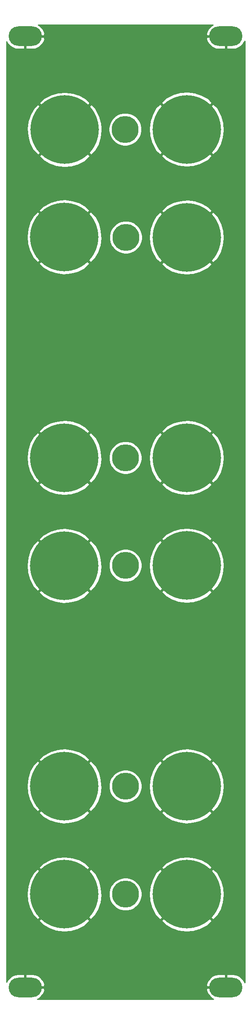
<source format=gbr>
%TF.GenerationSoftware,KiCad,Pcbnew,(5.1.9)-1*%
%TF.CreationDate,2021-09-13T20:57:42+01:00*%
%TF.ProjectId,KOSMO Mult faceplate,4b4f534d-4f20-44d7-956c-742066616365,rev?*%
%TF.SameCoordinates,Original*%
%TF.FileFunction,Copper,L1,Top*%
%TF.FilePolarity,Positive*%
%FSLAX46Y46*%
G04 Gerber Fmt 4.6, Leading zero omitted, Abs format (unit mm)*
G04 Created by KiCad (PCBNEW (5.1.9)-1) date 2021-09-13 20:57:42*
%MOMM*%
%LPD*%
G01*
G04 APERTURE LIST*
%TA.AperFunction,ComponentPad*%
%ADD10C,5.500000*%
%TD*%
%TA.AperFunction,ComponentPad*%
%ADD11O,6.800000X4.000000*%
%TD*%
%TA.AperFunction,ComponentPad*%
%ADD12C,14.000000*%
%TD*%
%TA.AperFunction,Conductor*%
%ADD13C,0.254000*%
%TD*%
%TA.AperFunction,Conductor*%
%ADD14C,0.100000*%
%TD*%
G04 APERTURE END LIST*
D10*
%TO.P,H26,1*%
%TO.N,N/C*%
X40195500Y-170815000D03*
%TD*%
D11*
%TO.P,H5,1*%
%TO.N,GND*%
X19688000Y-211836000D03*
%TD*%
%TO.P,H10,1*%
%TO.N,GND*%
X60709000Y-17843500D03*
%TD*%
%TO.P,H19,1*%
%TO.N,GND*%
X19688000Y-17843500D03*
%TD*%
D10*
%TO.P,H20,1*%
%TO.N,N/C*%
X40259000Y-58864500D03*
%TD*%
%TO.P,H21,1*%
%TO.N,N/C*%
X40195500Y-103822500D03*
%TD*%
%TO.P,H22,1*%
%TO.N,N/C*%
X40195500Y-125793500D03*
%TD*%
%TO.P,H25,1*%
%TO.N,N/C*%
X40132000Y-36830000D03*
%TD*%
D11*
%TO.P,H28,1*%
%TO.N,GND*%
X60706000Y-211836000D03*
%TD*%
D12*
%TO.P,H2,1*%
%TO.N,GND*%
X27749500Y-36893500D03*
%TD*%
%TO.P,H3,1*%
%TO.N,GND*%
X27686000Y-125857000D03*
%TD*%
%TO.P,H4,1*%
%TO.N,GND*%
X52705000Y-36830000D03*
%TD*%
%TO.P,H7,1*%
%TO.N,GND*%
X52705000Y-125793500D03*
%TD*%
%TO.P,H8,1*%
%TO.N,GND*%
X52705000Y-192849500D03*
%TD*%
%TO.P,H9,1*%
%TO.N,GND*%
X27686000Y-58801000D03*
%TD*%
%TO.P,H12,1*%
%TO.N,GND*%
X27686000Y-170815000D03*
%TD*%
%TO.P,H13,1*%
%TO.N,GND*%
X27686000Y-192849500D03*
%TD*%
%TO.P,H14,1*%
%TO.N,GND*%
X52705000Y-58864500D03*
%TD*%
%TO.P,H16,1*%
%TO.N,GND*%
X52705000Y-170815000D03*
%TD*%
%TO.P,H17,1*%
%TO.N,GND*%
X52705000Y-103822500D03*
%TD*%
%TO.P,H18,1*%
%TO.N,GND*%
X27686000Y-103822500D03*
%TD*%
D10*
%TO.P,H23,1*%
%TO.N,N/C*%
X40195500Y-192849500D03*
%TD*%
D13*
%TO.N,GND*%
X57739475Y-15723135D02*
X57355970Y-16070076D01*
X57047519Y-16485169D01*
X56825975Y-16952462D01*
X56729333Y-17306338D01*
X56836009Y-17716500D01*
X60582000Y-17716500D01*
X60582000Y-17696500D01*
X60836000Y-17696500D01*
X60836000Y-17716500D01*
X60856000Y-17716500D01*
X60856000Y-17970500D01*
X60836000Y-17970500D01*
X60836000Y-20478500D01*
X62236000Y-20478500D01*
X62747623Y-20403093D01*
X63234704Y-20229322D01*
X63678525Y-19963865D01*
X64062030Y-19616924D01*
X64370481Y-19201831D01*
X64554500Y-18813688D01*
X64554501Y-210872142D01*
X64367481Y-210477669D01*
X64059030Y-210062576D01*
X63675525Y-209715635D01*
X63231704Y-209450178D01*
X62744623Y-209276407D01*
X62233000Y-209201000D01*
X60833000Y-209201000D01*
X60833000Y-211709000D01*
X60853000Y-211709000D01*
X60853000Y-211963000D01*
X60833000Y-211963000D01*
X60833000Y-211983000D01*
X60579000Y-211983000D01*
X60579000Y-211963000D01*
X56833009Y-211963000D01*
X56726333Y-212373162D01*
X56822975Y-212727038D01*
X57044519Y-213194331D01*
X57352970Y-213609424D01*
X57736475Y-213956365D01*
X58180296Y-214221822D01*
X58186401Y-214224000D01*
X22207599Y-214224000D01*
X22213704Y-214221822D01*
X22657525Y-213956365D01*
X23041030Y-213609424D01*
X23349481Y-213194331D01*
X23571025Y-212727038D01*
X23667667Y-212373162D01*
X23560991Y-211963000D01*
X19815000Y-211963000D01*
X19815000Y-211983000D01*
X19561000Y-211983000D01*
X19561000Y-211963000D01*
X19541000Y-211963000D01*
X19541000Y-211709000D01*
X19561000Y-211709000D01*
X19561000Y-209201000D01*
X19815000Y-209201000D01*
X19815000Y-211709000D01*
X23560991Y-211709000D01*
X23667667Y-211298838D01*
X56726333Y-211298838D01*
X56833009Y-211709000D01*
X60579000Y-211709000D01*
X60579000Y-209201000D01*
X59179000Y-209201000D01*
X58667377Y-209276407D01*
X58180296Y-209450178D01*
X57736475Y-209715635D01*
X57352970Y-210062576D01*
X57044519Y-210477669D01*
X56822975Y-210944962D01*
X56726333Y-211298838D01*
X23667667Y-211298838D01*
X23571025Y-210944962D01*
X23349481Y-210477669D01*
X23041030Y-210062576D01*
X22657525Y-209715635D01*
X22213704Y-209450178D01*
X21726623Y-209276407D01*
X21215000Y-209201000D01*
X19815000Y-209201000D01*
X19561000Y-209201000D01*
X18161000Y-209201000D01*
X17649377Y-209276407D01*
X17162296Y-209450178D01*
X16718475Y-209715635D01*
X16334970Y-210062576D01*
X16026519Y-210477669D01*
X15900000Y-210744530D01*
X15900000Y-198251174D01*
X22463932Y-198251174D01*
X23279908Y-199130030D01*
X24589840Y-199868937D01*
X26018756Y-200338091D01*
X27511743Y-200519463D01*
X29011428Y-200406083D01*
X30460176Y-200002307D01*
X31802314Y-199323653D01*
X32092092Y-199130030D01*
X32908068Y-198251174D01*
X47482932Y-198251174D01*
X48298908Y-199130030D01*
X49608840Y-199868937D01*
X51037756Y-200338091D01*
X52530743Y-200519463D01*
X54030428Y-200406083D01*
X55479176Y-200002307D01*
X56821314Y-199323653D01*
X57111092Y-199130030D01*
X57927068Y-198251174D01*
X52705000Y-193029105D01*
X47482932Y-198251174D01*
X32908068Y-198251174D01*
X27686000Y-193029105D01*
X22463932Y-198251174D01*
X15900000Y-198251174D01*
X15900000Y-192675243D01*
X20016037Y-192675243D01*
X20129417Y-194174928D01*
X20533193Y-195623676D01*
X21211847Y-196965814D01*
X21405470Y-197255592D01*
X22284326Y-198071568D01*
X27506395Y-192849500D01*
X27865605Y-192849500D01*
X33087674Y-198071568D01*
X33966530Y-197255592D01*
X34705437Y-195945660D01*
X35174591Y-194516744D01*
X35355963Y-193023757D01*
X35317584Y-192516107D01*
X36810500Y-192516107D01*
X36810500Y-193182893D01*
X36940583Y-193836868D01*
X37195752Y-194452899D01*
X37566198Y-195007312D01*
X38037688Y-195478802D01*
X38592101Y-195849248D01*
X39208132Y-196104417D01*
X39862107Y-196234500D01*
X40528893Y-196234500D01*
X41182868Y-196104417D01*
X41798899Y-195849248D01*
X42353312Y-195478802D01*
X42824802Y-195007312D01*
X43195248Y-194452899D01*
X43450417Y-193836868D01*
X43580500Y-193182893D01*
X43580500Y-192675243D01*
X45035037Y-192675243D01*
X45148417Y-194174928D01*
X45552193Y-195623676D01*
X46230847Y-196965814D01*
X46424470Y-197255592D01*
X47303326Y-198071568D01*
X52525395Y-192849500D01*
X52884605Y-192849500D01*
X58106674Y-198071568D01*
X58985530Y-197255592D01*
X59724437Y-195945660D01*
X60193591Y-194516744D01*
X60374963Y-193023757D01*
X60261583Y-191524072D01*
X59857807Y-190075324D01*
X59179153Y-188733186D01*
X58985530Y-188443408D01*
X58106674Y-187627432D01*
X52884605Y-192849500D01*
X52525395Y-192849500D01*
X47303326Y-187627432D01*
X46424470Y-188443408D01*
X45685563Y-189753340D01*
X45216409Y-191182256D01*
X45035037Y-192675243D01*
X43580500Y-192675243D01*
X43580500Y-192516107D01*
X43450417Y-191862132D01*
X43195248Y-191246101D01*
X42824802Y-190691688D01*
X42353312Y-190220198D01*
X41798899Y-189849752D01*
X41182868Y-189594583D01*
X40528893Y-189464500D01*
X39862107Y-189464500D01*
X39208132Y-189594583D01*
X38592101Y-189849752D01*
X38037688Y-190220198D01*
X37566198Y-190691688D01*
X37195752Y-191246101D01*
X36940583Y-191862132D01*
X36810500Y-192516107D01*
X35317584Y-192516107D01*
X35242583Y-191524072D01*
X34838807Y-190075324D01*
X34160153Y-188733186D01*
X33966530Y-188443408D01*
X33087674Y-187627432D01*
X27865605Y-192849500D01*
X27506395Y-192849500D01*
X22284326Y-187627432D01*
X21405470Y-188443408D01*
X20666563Y-189753340D01*
X20197409Y-191182256D01*
X20016037Y-192675243D01*
X15900000Y-192675243D01*
X15900000Y-187447826D01*
X22463932Y-187447826D01*
X27686000Y-192669895D01*
X32908068Y-187447826D01*
X47482932Y-187447826D01*
X52705000Y-192669895D01*
X57927068Y-187447826D01*
X57111092Y-186568970D01*
X55801160Y-185830063D01*
X54372244Y-185360909D01*
X52879257Y-185179537D01*
X51379572Y-185292917D01*
X49930824Y-185696693D01*
X48588686Y-186375347D01*
X48298908Y-186568970D01*
X47482932Y-187447826D01*
X32908068Y-187447826D01*
X32092092Y-186568970D01*
X30782160Y-185830063D01*
X29353244Y-185360909D01*
X27860257Y-185179537D01*
X26360572Y-185292917D01*
X24911824Y-185696693D01*
X23569686Y-186375347D01*
X23279908Y-186568970D01*
X22463932Y-187447826D01*
X15900000Y-187447826D01*
X15900000Y-176216674D01*
X22463932Y-176216674D01*
X23279908Y-177095530D01*
X24589840Y-177834437D01*
X26018756Y-178303591D01*
X27511743Y-178484963D01*
X29011428Y-178371583D01*
X30460176Y-177967807D01*
X31802314Y-177289153D01*
X32092092Y-177095530D01*
X32908068Y-176216674D01*
X47482932Y-176216674D01*
X48298908Y-177095530D01*
X49608840Y-177834437D01*
X51037756Y-178303591D01*
X52530743Y-178484963D01*
X54030428Y-178371583D01*
X55479176Y-177967807D01*
X56821314Y-177289153D01*
X57111092Y-177095530D01*
X57927068Y-176216674D01*
X52705000Y-170994605D01*
X47482932Y-176216674D01*
X32908068Y-176216674D01*
X27686000Y-170994605D01*
X22463932Y-176216674D01*
X15900000Y-176216674D01*
X15900000Y-170640743D01*
X20016037Y-170640743D01*
X20129417Y-172140428D01*
X20533193Y-173589176D01*
X21211847Y-174931314D01*
X21405470Y-175221092D01*
X22284326Y-176037068D01*
X27506395Y-170815000D01*
X27865605Y-170815000D01*
X33087674Y-176037068D01*
X33966530Y-175221092D01*
X34705437Y-173911160D01*
X35174591Y-172482244D01*
X35355963Y-170989257D01*
X35317584Y-170481607D01*
X36810500Y-170481607D01*
X36810500Y-171148393D01*
X36940583Y-171802368D01*
X37195752Y-172418399D01*
X37566198Y-172972812D01*
X38037688Y-173444302D01*
X38592101Y-173814748D01*
X39208132Y-174069917D01*
X39862107Y-174200000D01*
X40528893Y-174200000D01*
X41182868Y-174069917D01*
X41798899Y-173814748D01*
X42353312Y-173444302D01*
X42824802Y-172972812D01*
X43195248Y-172418399D01*
X43450417Y-171802368D01*
X43580500Y-171148393D01*
X43580500Y-170640743D01*
X45035037Y-170640743D01*
X45148417Y-172140428D01*
X45552193Y-173589176D01*
X46230847Y-174931314D01*
X46424470Y-175221092D01*
X47303326Y-176037068D01*
X52525395Y-170815000D01*
X52884605Y-170815000D01*
X58106674Y-176037068D01*
X58985530Y-175221092D01*
X59724437Y-173911160D01*
X60193591Y-172482244D01*
X60374963Y-170989257D01*
X60261583Y-169489572D01*
X59857807Y-168040824D01*
X59179153Y-166698686D01*
X58985530Y-166408908D01*
X58106674Y-165592932D01*
X52884605Y-170815000D01*
X52525395Y-170815000D01*
X47303326Y-165592932D01*
X46424470Y-166408908D01*
X45685563Y-167718840D01*
X45216409Y-169147756D01*
X45035037Y-170640743D01*
X43580500Y-170640743D01*
X43580500Y-170481607D01*
X43450417Y-169827632D01*
X43195248Y-169211601D01*
X42824802Y-168657188D01*
X42353312Y-168185698D01*
X41798899Y-167815252D01*
X41182868Y-167560083D01*
X40528893Y-167430000D01*
X39862107Y-167430000D01*
X39208132Y-167560083D01*
X38592101Y-167815252D01*
X38037688Y-168185698D01*
X37566198Y-168657188D01*
X37195752Y-169211601D01*
X36940583Y-169827632D01*
X36810500Y-170481607D01*
X35317584Y-170481607D01*
X35242583Y-169489572D01*
X34838807Y-168040824D01*
X34160153Y-166698686D01*
X33966530Y-166408908D01*
X33087674Y-165592932D01*
X27865605Y-170815000D01*
X27506395Y-170815000D01*
X22284326Y-165592932D01*
X21405470Y-166408908D01*
X20666563Y-167718840D01*
X20197409Y-169147756D01*
X20016037Y-170640743D01*
X15900000Y-170640743D01*
X15900000Y-165413326D01*
X22463932Y-165413326D01*
X27686000Y-170635395D01*
X32908068Y-165413326D01*
X47482932Y-165413326D01*
X52705000Y-170635395D01*
X57927068Y-165413326D01*
X57111092Y-164534470D01*
X55801160Y-163795563D01*
X54372244Y-163326409D01*
X52879257Y-163145037D01*
X51379572Y-163258417D01*
X49930824Y-163662193D01*
X48588686Y-164340847D01*
X48298908Y-164534470D01*
X47482932Y-165413326D01*
X32908068Y-165413326D01*
X32092092Y-164534470D01*
X30782160Y-163795563D01*
X29353244Y-163326409D01*
X27860257Y-163145037D01*
X26360572Y-163258417D01*
X24911824Y-163662193D01*
X23569686Y-164340847D01*
X23279908Y-164534470D01*
X22463932Y-165413326D01*
X15900000Y-165413326D01*
X15900000Y-131258674D01*
X22463932Y-131258674D01*
X23279908Y-132137530D01*
X24589840Y-132876437D01*
X26018756Y-133345591D01*
X27511743Y-133526963D01*
X29011428Y-133413583D01*
X30460176Y-133009807D01*
X31802314Y-132331153D01*
X32092092Y-132137530D01*
X32908068Y-131258674D01*
X32844569Y-131195174D01*
X47482932Y-131195174D01*
X48298908Y-132074030D01*
X49608840Y-132812937D01*
X51037756Y-133282091D01*
X52530743Y-133463463D01*
X54030428Y-133350083D01*
X55479176Y-132946307D01*
X56821314Y-132267653D01*
X57111092Y-132074030D01*
X57927068Y-131195174D01*
X52705000Y-125973105D01*
X47482932Y-131195174D01*
X32844569Y-131195174D01*
X27686000Y-126036605D01*
X22463932Y-131258674D01*
X15900000Y-131258674D01*
X15900000Y-125682743D01*
X20016037Y-125682743D01*
X20129417Y-127182428D01*
X20533193Y-128631176D01*
X21211847Y-129973314D01*
X21405470Y-130263092D01*
X22284326Y-131079068D01*
X27506395Y-125857000D01*
X27865605Y-125857000D01*
X33087674Y-131079068D01*
X33966530Y-130263092D01*
X34705437Y-128953160D01*
X35174591Y-127524244D01*
X35355963Y-126031257D01*
X35312783Y-125460107D01*
X36810500Y-125460107D01*
X36810500Y-126126893D01*
X36940583Y-126780868D01*
X37195752Y-127396899D01*
X37566198Y-127951312D01*
X38037688Y-128422802D01*
X38592101Y-128793248D01*
X39208132Y-129048417D01*
X39862107Y-129178500D01*
X40528893Y-129178500D01*
X41182868Y-129048417D01*
X41798899Y-128793248D01*
X42353312Y-128422802D01*
X42824802Y-127951312D01*
X43195248Y-127396899D01*
X43450417Y-126780868D01*
X43580500Y-126126893D01*
X43580500Y-125619243D01*
X45035037Y-125619243D01*
X45148417Y-127118928D01*
X45552193Y-128567676D01*
X46230847Y-129909814D01*
X46424470Y-130199592D01*
X47303326Y-131015568D01*
X52525395Y-125793500D01*
X52884605Y-125793500D01*
X58106674Y-131015568D01*
X58985530Y-130199592D01*
X59724437Y-128889660D01*
X60193591Y-127460744D01*
X60374963Y-125967757D01*
X60261583Y-124468072D01*
X59857807Y-123019324D01*
X59179153Y-121677186D01*
X58985530Y-121387408D01*
X58106674Y-120571432D01*
X52884605Y-125793500D01*
X52525395Y-125793500D01*
X47303326Y-120571432D01*
X46424470Y-121387408D01*
X45685563Y-122697340D01*
X45216409Y-124126256D01*
X45035037Y-125619243D01*
X43580500Y-125619243D01*
X43580500Y-125460107D01*
X43450417Y-124806132D01*
X43195248Y-124190101D01*
X42824802Y-123635688D01*
X42353312Y-123164198D01*
X41798899Y-122793752D01*
X41182868Y-122538583D01*
X40528893Y-122408500D01*
X39862107Y-122408500D01*
X39208132Y-122538583D01*
X38592101Y-122793752D01*
X38037688Y-123164198D01*
X37566198Y-123635688D01*
X37195752Y-124190101D01*
X36940583Y-124806132D01*
X36810500Y-125460107D01*
X35312783Y-125460107D01*
X35242583Y-124531572D01*
X34838807Y-123082824D01*
X34160153Y-121740686D01*
X33966530Y-121450908D01*
X33087674Y-120634932D01*
X27865605Y-125857000D01*
X27506395Y-125857000D01*
X22284326Y-120634932D01*
X21405470Y-121450908D01*
X20666563Y-122760840D01*
X20197409Y-124189756D01*
X20016037Y-125682743D01*
X15900000Y-125682743D01*
X15900000Y-120455326D01*
X22463932Y-120455326D01*
X27686000Y-125677395D01*
X32908068Y-120455326D01*
X32849112Y-120391826D01*
X47482932Y-120391826D01*
X52705000Y-125613895D01*
X57927068Y-120391826D01*
X57111092Y-119512970D01*
X55801160Y-118774063D01*
X54372244Y-118304909D01*
X52879257Y-118123537D01*
X51379572Y-118236917D01*
X49930824Y-118640693D01*
X48588686Y-119319347D01*
X48298908Y-119512970D01*
X47482932Y-120391826D01*
X32849112Y-120391826D01*
X32092092Y-119576470D01*
X30782160Y-118837563D01*
X29353244Y-118368409D01*
X27860257Y-118187037D01*
X26360572Y-118300417D01*
X24911824Y-118704193D01*
X23569686Y-119382847D01*
X23279908Y-119576470D01*
X22463932Y-120455326D01*
X15900000Y-120455326D01*
X15900000Y-109224174D01*
X22463932Y-109224174D01*
X23279908Y-110103030D01*
X24589840Y-110841937D01*
X26018756Y-111311091D01*
X27511743Y-111492463D01*
X29011428Y-111379083D01*
X30460176Y-110975307D01*
X31802314Y-110296653D01*
X32092092Y-110103030D01*
X32908068Y-109224174D01*
X47482932Y-109224174D01*
X48298908Y-110103030D01*
X49608840Y-110841937D01*
X51037756Y-111311091D01*
X52530743Y-111492463D01*
X54030428Y-111379083D01*
X55479176Y-110975307D01*
X56821314Y-110296653D01*
X57111092Y-110103030D01*
X57927068Y-109224174D01*
X52705000Y-104002105D01*
X47482932Y-109224174D01*
X32908068Y-109224174D01*
X27686000Y-104002105D01*
X22463932Y-109224174D01*
X15900000Y-109224174D01*
X15900000Y-103648243D01*
X20016037Y-103648243D01*
X20129417Y-105147928D01*
X20533193Y-106596676D01*
X21211847Y-107938814D01*
X21405470Y-108228592D01*
X22284326Y-109044568D01*
X27506395Y-103822500D01*
X27865605Y-103822500D01*
X33087674Y-109044568D01*
X33966530Y-108228592D01*
X34705437Y-106918660D01*
X35174591Y-105489744D01*
X35355963Y-103996757D01*
X35317584Y-103489107D01*
X36810500Y-103489107D01*
X36810500Y-104155893D01*
X36940583Y-104809868D01*
X37195752Y-105425899D01*
X37566198Y-105980312D01*
X38037688Y-106451802D01*
X38592101Y-106822248D01*
X39208132Y-107077417D01*
X39862107Y-107207500D01*
X40528893Y-107207500D01*
X41182868Y-107077417D01*
X41798899Y-106822248D01*
X42353312Y-106451802D01*
X42824802Y-105980312D01*
X43195248Y-105425899D01*
X43450417Y-104809868D01*
X43580500Y-104155893D01*
X43580500Y-103648243D01*
X45035037Y-103648243D01*
X45148417Y-105147928D01*
X45552193Y-106596676D01*
X46230847Y-107938814D01*
X46424470Y-108228592D01*
X47303326Y-109044568D01*
X52525395Y-103822500D01*
X52884605Y-103822500D01*
X58106674Y-109044568D01*
X58985530Y-108228592D01*
X59724437Y-106918660D01*
X60193591Y-105489744D01*
X60374963Y-103996757D01*
X60261583Y-102497072D01*
X59857807Y-101048324D01*
X59179153Y-99706186D01*
X58985530Y-99416408D01*
X58106674Y-98600432D01*
X52884605Y-103822500D01*
X52525395Y-103822500D01*
X47303326Y-98600432D01*
X46424470Y-99416408D01*
X45685563Y-100726340D01*
X45216409Y-102155256D01*
X45035037Y-103648243D01*
X43580500Y-103648243D01*
X43580500Y-103489107D01*
X43450417Y-102835132D01*
X43195248Y-102219101D01*
X42824802Y-101664688D01*
X42353312Y-101193198D01*
X41798899Y-100822752D01*
X41182868Y-100567583D01*
X40528893Y-100437500D01*
X39862107Y-100437500D01*
X39208132Y-100567583D01*
X38592101Y-100822752D01*
X38037688Y-101193198D01*
X37566198Y-101664688D01*
X37195752Y-102219101D01*
X36940583Y-102835132D01*
X36810500Y-103489107D01*
X35317584Y-103489107D01*
X35242583Y-102497072D01*
X34838807Y-101048324D01*
X34160153Y-99706186D01*
X33966530Y-99416408D01*
X33087674Y-98600432D01*
X27865605Y-103822500D01*
X27506395Y-103822500D01*
X22284326Y-98600432D01*
X21405470Y-99416408D01*
X20666563Y-100726340D01*
X20197409Y-102155256D01*
X20016037Y-103648243D01*
X15900000Y-103648243D01*
X15900000Y-98420826D01*
X22463932Y-98420826D01*
X27686000Y-103642895D01*
X32908068Y-98420826D01*
X47482932Y-98420826D01*
X52705000Y-103642895D01*
X57927068Y-98420826D01*
X57111092Y-97541970D01*
X55801160Y-96803063D01*
X54372244Y-96333909D01*
X52879257Y-96152537D01*
X51379572Y-96265917D01*
X49930824Y-96669693D01*
X48588686Y-97348347D01*
X48298908Y-97541970D01*
X47482932Y-98420826D01*
X32908068Y-98420826D01*
X32092092Y-97541970D01*
X30782160Y-96803063D01*
X29353244Y-96333909D01*
X27860257Y-96152537D01*
X26360572Y-96265917D01*
X24911824Y-96669693D01*
X23569686Y-97348347D01*
X23279908Y-97541970D01*
X22463932Y-98420826D01*
X15900000Y-98420826D01*
X15900000Y-64202674D01*
X22463932Y-64202674D01*
X23279908Y-65081530D01*
X24589840Y-65820437D01*
X26018756Y-66289591D01*
X27511743Y-66470963D01*
X29011428Y-66357583D01*
X30460176Y-65953807D01*
X31802314Y-65275153D01*
X32092092Y-65081530D01*
X32849111Y-64266174D01*
X47482932Y-64266174D01*
X48298908Y-65145030D01*
X49608840Y-65883937D01*
X51037756Y-66353091D01*
X52530743Y-66534463D01*
X54030428Y-66421083D01*
X55479176Y-66017307D01*
X56821314Y-65338653D01*
X57111092Y-65145030D01*
X57927068Y-64266174D01*
X52705000Y-59044105D01*
X47482932Y-64266174D01*
X32849111Y-64266174D01*
X32908068Y-64202674D01*
X27686000Y-58980605D01*
X22463932Y-64202674D01*
X15900000Y-64202674D01*
X15900000Y-58626743D01*
X20016037Y-58626743D01*
X20129417Y-60126428D01*
X20533193Y-61575176D01*
X21211847Y-62917314D01*
X21405470Y-63207092D01*
X22284326Y-64023068D01*
X27506395Y-58801000D01*
X27865605Y-58801000D01*
X33087674Y-64023068D01*
X33966530Y-63207092D01*
X34705437Y-61897160D01*
X35174591Y-60468244D01*
X35355963Y-58975257D01*
X35322385Y-58531107D01*
X36874000Y-58531107D01*
X36874000Y-59197893D01*
X37004083Y-59851868D01*
X37259252Y-60467899D01*
X37629698Y-61022312D01*
X38101188Y-61493802D01*
X38655601Y-61864248D01*
X39271632Y-62119417D01*
X39925607Y-62249500D01*
X40592393Y-62249500D01*
X41246368Y-62119417D01*
X41862399Y-61864248D01*
X42416812Y-61493802D01*
X42888302Y-61022312D01*
X43258748Y-60467899D01*
X43513917Y-59851868D01*
X43644000Y-59197893D01*
X43644000Y-58690243D01*
X45035037Y-58690243D01*
X45148417Y-60189928D01*
X45552193Y-61638676D01*
X46230847Y-62980814D01*
X46424470Y-63270592D01*
X47303326Y-64086568D01*
X52525395Y-58864500D01*
X52884605Y-58864500D01*
X58106674Y-64086568D01*
X58985530Y-63270592D01*
X59724437Y-61960660D01*
X60193591Y-60531744D01*
X60374963Y-59038757D01*
X60261583Y-57539072D01*
X59857807Y-56090324D01*
X59179153Y-54748186D01*
X58985530Y-54458408D01*
X58106674Y-53642432D01*
X52884605Y-58864500D01*
X52525395Y-58864500D01*
X47303326Y-53642432D01*
X46424470Y-54458408D01*
X45685563Y-55768340D01*
X45216409Y-57197256D01*
X45035037Y-58690243D01*
X43644000Y-58690243D01*
X43644000Y-58531107D01*
X43513917Y-57877132D01*
X43258748Y-57261101D01*
X42888302Y-56706688D01*
X42416812Y-56235198D01*
X41862399Y-55864752D01*
X41246368Y-55609583D01*
X40592393Y-55479500D01*
X39925607Y-55479500D01*
X39271632Y-55609583D01*
X38655601Y-55864752D01*
X38101188Y-56235198D01*
X37629698Y-56706688D01*
X37259252Y-57261101D01*
X37004083Y-57877132D01*
X36874000Y-58531107D01*
X35322385Y-58531107D01*
X35242583Y-57475572D01*
X34838807Y-56026824D01*
X34160153Y-54684686D01*
X33966530Y-54394908D01*
X33087674Y-53578932D01*
X27865605Y-58801000D01*
X27506395Y-58801000D01*
X22284326Y-53578932D01*
X21405470Y-54394908D01*
X20666563Y-55704840D01*
X20197409Y-57133756D01*
X20016037Y-58626743D01*
X15900000Y-58626743D01*
X15900000Y-53399326D01*
X22463932Y-53399326D01*
X27686000Y-58621395D01*
X32844568Y-53462826D01*
X47482932Y-53462826D01*
X52705000Y-58684895D01*
X57927068Y-53462826D01*
X57111092Y-52583970D01*
X55801160Y-51845063D01*
X54372244Y-51375909D01*
X52879257Y-51194537D01*
X51379572Y-51307917D01*
X49930824Y-51711693D01*
X48588686Y-52390347D01*
X48298908Y-52583970D01*
X47482932Y-53462826D01*
X32844568Y-53462826D01*
X32908068Y-53399326D01*
X32092092Y-52520470D01*
X30782160Y-51781563D01*
X29353244Y-51312409D01*
X27860257Y-51131037D01*
X26360572Y-51244417D01*
X24911824Y-51648193D01*
X23569686Y-52326847D01*
X23279908Y-52520470D01*
X22463932Y-53399326D01*
X15900000Y-53399326D01*
X15900000Y-42295174D01*
X22527432Y-42295174D01*
X23343408Y-43174030D01*
X24653340Y-43912937D01*
X26082256Y-44382091D01*
X27575243Y-44563463D01*
X29074928Y-44450083D01*
X30523676Y-44046307D01*
X31865814Y-43367653D01*
X32155592Y-43174030D01*
X32971568Y-42295174D01*
X32908069Y-42231674D01*
X47482932Y-42231674D01*
X48298908Y-43110530D01*
X49608840Y-43849437D01*
X51037756Y-44318591D01*
X52530743Y-44499963D01*
X54030428Y-44386583D01*
X55479176Y-43982807D01*
X56821314Y-43304153D01*
X57111092Y-43110530D01*
X57927068Y-42231674D01*
X52705000Y-37009605D01*
X47482932Y-42231674D01*
X32908069Y-42231674D01*
X27749500Y-37073105D01*
X22527432Y-42295174D01*
X15900000Y-42295174D01*
X15900000Y-36719243D01*
X20079537Y-36719243D01*
X20192917Y-38218928D01*
X20596693Y-39667676D01*
X21275347Y-41009814D01*
X21468970Y-41299592D01*
X22347826Y-42115568D01*
X27569895Y-36893500D01*
X27929105Y-36893500D01*
X33151174Y-42115568D01*
X34030030Y-41299592D01*
X34768937Y-39989660D01*
X35238091Y-38560744D01*
X35419463Y-37067757D01*
X35376283Y-36496607D01*
X36747000Y-36496607D01*
X36747000Y-37163393D01*
X36877083Y-37817368D01*
X37132252Y-38433399D01*
X37502698Y-38987812D01*
X37974188Y-39459302D01*
X38528601Y-39829748D01*
X39144632Y-40084917D01*
X39798607Y-40215000D01*
X40465393Y-40215000D01*
X41119368Y-40084917D01*
X41735399Y-39829748D01*
X42289812Y-39459302D01*
X42761302Y-38987812D01*
X43131748Y-38433399D01*
X43386917Y-37817368D01*
X43517000Y-37163393D01*
X43517000Y-36655743D01*
X45035037Y-36655743D01*
X45148417Y-38155428D01*
X45552193Y-39604176D01*
X46230847Y-40946314D01*
X46424470Y-41236092D01*
X47303326Y-42052068D01*
X52525395Y-36830000D01*
X52884605Y-36830000D01*
X58106674Y-42052068D01*
X58985530Y-41236092D01*
X59724437Y-39926160D01*
X60193591Y-38497244D01*
X60374963Y-37004257D01*
X60261583Y-35504572D01*
X59857807Y-34055824D01*
X59179153Y-32713686D01*
X58985530Y-32423908D01*
X58106674Y-31607932D01*
X52884605Y-36830000D01*
X52525395Y-36830000D01*
X47303326Y-31607932D01*
X46424470Y-32423908D01*
X45685563Y-33733840D01*
X45216409Y-35162756D01*
X45035037Y-36655743D01*
X43517000Y-36655743D01*
X43517000Y-36496607D01*
X43386917Y-35842632D01*
X43131748Y-35226601D01*
X42761302Y-34672188D01*
X42289812Y-34200698D01*
X41735399Y-33830252D01*
X41119368Y-33575083D01*
X40465393Y-33445000D01*
X39798607Y-33445000D01*
X39144632Y-33575083D01*
X38528601Y-33830252D01*
X37974188Y-34200698D01*
X37502698Y-34672188D01*
X37132252Y-35226601D01*
X36877083Y-35842632D01*
X36747000Y-36496607D01*
X35376283Y-36496607D01*
X35306083Y-35568072D01*
X34902307Y-34119324D01*
X34223653Y-32777186D01*
X34030030Y-32487408D01*
X33151174Y-31671432D01*
X27929105Y-36893500D01*
X27569895Y-36893500D01*
X22347826Y-31671432D01*
X21468970Y-32487408D01*
X20730063Y-33797340D01*
X20260909Y-35226256D01*
X20079537Y-36719243D01*
X15900000Y-36719243D01*
X15900000Y-31491826D01*
X22527432Y-31491826D01*
X27749500Y-36713895D01*
X32971568Y-31491826D01*
X32912612Y-31428326D01*
X47482932Y-31428326D01*
X52705000Y-36650395D01*
X57927068Y-31428326D01*
X57111092Y-30549470D01*
X55801160Y-29810563D01*
X54372244Y-29341409D01*
X52879257Y-29160037D01*
X51379572Y-29273417D01*
X49930824Y-29677193D01*
X48588686Y-30355847D01*
X48298908Y-30549470D01*
X47482932Y-31428326D01*
X32912612Y-31428326D01*
X32155592Y-30612970D01*
X30845660Y-29874063D01*
X29416744Y-29404909D01*
X27923757Y-29223537D01*
X26424072Y-29336917D01*
X24975324Y-29740693D01*
X23633186Y-30419347D01*
X23343408Y-30612970D01*
X22527432Y-31491826D01*
X15900000Y-31491826D01*
X15900000Y-18934970D01*
X16026519Y-19201831D01*
X16334970Y-19616924D01*
X16718475Y-19963865D01*
X17162296Y-20229322D01*
X17649377Y-20403093D01*
X18161000Y-20478500D01*
X19561000Y-20478500D01*
X19561000Y-17970500D01*
X19815000Y-17970500D01*
X19815000Y-20478500D01*
X21215000Y-20478500D01*
X21726623Y-20403093D01*
X22213704Y-20229322D01*
X22657525Y-19963865D01*
X23041030Y-19616924D01*
X23349481Y-19201831D01*
X23571025Y-18734538D01*
X23667667Y-18380662D01*
X56729333Y-18380662D01*
X56825975Y-18734538D01*
X57047519Y-19201831D01*
X57355970Y-19616924D01*
X57739475Y-19963865D01*
X58183296Y-20229322D01*
X58670377Y-20403093D01*
X59182000Y-20478500D01*
X60582000Y-20478500D01*
X60582000Y-17970500D01*
X56836009Y-17970500D01*
X56729333Y-18380662D01*
X23667667Y-18380662D01*
X23560991Y-17970500D01*
X19815000Y-17970500D01*
X19561000Y-17970500D01*
X19541000Y-17970500D01*
X19541000Y-17716500D01*
X19561000Y-17716500D01*
X19561000Y-17696500D01*
X19815000Y-17696500D01*
X19815000Y-17716500D01*
X23560991Y-17716500D01*
X23667667Y-17306338D01*
X23571025Y-16952462D01*
X23349481Y-16485169D01*
X23041030Y-16070076D01*
X22657525Y-15723135D01*
X22316229Y-15519000D01*
X58080771Y-15519000D01*
X57739475Y-15723135D01*
%TA.AperFunction,Conductor*%
D14*
G36*
X57739475Y-15723135D02*
G01*
X57355970Y-16070076D01*
X57047519Y-16485169D01*
X56825975Y-16952462D01*
X56729333Y-17306338D01*
X56836009Y-17716500D01*
X60582000Y-17716500D01*
X60582000Y-17696500D01*
X60836000Y-17696500D01*
X60836000Y-17716500D01*
X60856000Y-17716500D01*
X60856000Y-17970500D01*
X60836000Y-17970500D01*
X60836000Y-20478500D01*
X62236000Y-20478500D01*
X62747623Y-20403093D01*
X63234704Y-20229322D01*
X63678525Y-19963865D01*
X64062030Y-19616924D01*
X64370481Y-19201831D01*
X64554500Y-18813688D01*
X64554501Y-210872142D01*
X64367481Y-210477669D01*
X64059030Y-210062576D01*
X63675525Y-209715635D01*
X63231704Y-209450178D01*
X62744623Y-209276407D01*
X62233000Y-209201000D01*
X60833000Y-209201000D01*
X60833000Y-211709000D01*
X60853000Y-211709000D01*
X60853000Y-211963000D01*
X60833000Y-211963000D01*
X60833000Y-211983000D01*
X60579000Y-211983000D01*
X60579000Y-211963000D01*
X56833009Y-211963000D01*
X56726333Y-212373162D01*
X56822975Y-212727038D01*
X57044519Y-213194331D01*
X57352970Y-213609424D01*
X57736475Y-213956365D01*
X58180296Y-214221822D01*
X58186401Y-214224000D01*
X22207599Y-214224000D01*
X22213704Y-214221822D01*
X22657525Y-213956365D01*
X23041030Y-213609424D01*
X23349481Y-213194331D01*
X23571025Y-212727038D01*
X23667667Y-212373162D01*
X23560991Y-211963000D01*
X19815000Y-211963000D01*
X19815000Y-211983000D01*
X19561000Y-211983000D01*
X19561000Y-211963000D01*
X19541000Y-211963000D01*
X19541000Y-211709000D01*
X19561000Y-211709000D01*
X19561000Y-209201000D01*
X19815000Y-209201000D01*
X19815000Y-211709000D01*
X23560991Y-211709000D01*
X23667667Y-211298838D01*
X56726333Y-211298838D01*
X56833009Y-211709000D01*
X60579000Y-211709000D01*
X60579000Y-209201000D01*
X59179000Y-209201000D01*
X58667377Y-209276407D01*
X58180296Y-209450178D01*
X57736475Y-209715635D01*
X57352970Y-210062576D01*
X57044519Y-210477669D01*
X56822975Y-210944962D01*
X56726333Y-211298838D01*
X23667667Y-211298838D01*
X23571025Y-210944962D01*
X23349481Y-210477669D01*
X23041030Y-210062576D01*
X22657525Y-209715635D01*
X22213704Y-209450178D01*
X21726623Y-209276407D01*
X21215000Y-209201000D01*
X19815000Y-209201000D01*
X19561000Y-209201000D01*
X18161000Y-209201000D01*
X17649377Y-209276407D01*
X17162296Y-209450178D01*
X16718475Y-209715635D01*
X16334970Y-210062576D01*
X16026519Y-210477669D01*
X15900000Y-210744530D01*
X15900000Y-198251174D01*
X22463932Y-198251174D01*
X23279908Y-199130030D01*
X24589840Y-199868937D01*
X26018756Y-200338091D01*
X27511743Y-200519463D01*
X29011428Y-200406083D01*
X30460176Y-200002307D01*
X31802314Y-199323653D01*
X32092092Y-199130030D01*
X32908068Y-198251174D01*
X47482932Y-198251174D01*
X48298908Y-199130030D01*
X49608840Y-199868937D01*
X51037756Y-200338091D01*
X52530743Y-200519463D01*
X54030428Y-200406083D01*
X55479176Y-200002307D01*
X56821314Y-199323653D01*
X57111092Y-199130030D01*
X57927068Y-198251174D01*
X52705000Y-193029105D01*
X47482932Y-198251174D01*
X32908068Y-198251174D01*
X27686000Y-193029105D01*
X22463932Y-198251174D01*
X15900000Y-198251174D01*
X15900000Y-192675243D01*
X20016037Y-192675243D01*
X20129417Y-194174928D01*
X20533193Y-195623676D01*
X21211847Y-196965814D01*
X21405470Y-197255592D01*
X22284326Y-198071568D01*
X27506395Y-192849500D01*
X27865605Y-192849500D01*
X33087674Y-198071568D01*
X33966530Y-197255592D01*
X34705437Y-195945660D01*
X35174591Y-194516744D01*
X35355963Y-193023757D01*
X35317584Y-192516107D01*
X36810500Y-192516107D01*
X36810500Y-193182893D01*
X36940583Y-193836868D01*
X37195752Y-194452899D01*
X37566198Y-195007312D01*
X38037688Y-195478802D01*
X38592101Y-195849248D01*
X39208132Y-196104417D01*
X39862107Y-196234500D01*
X40528893Y-196234500D01*
X41182868Y-196104417D01*
X41798899Y-195849248D01*
X42353312Y-195478802D01*
X42824802Y-195007312D01*
X43195248Y-194452899D01*
X43450417Y-193836868D01*
X43580500Y-193182893D01*
X43580500Y-192675243D01*
X45035037Y-192675243D01*
X45148417Y-194174928D01*
X45552193Y-195623676D01*
X46230847Y-196965814D01*
X46424470Y-197255592D01*
X47303326Y-198071568D01*
X52525395Y-192849500D01*
X52884605Y-192849500D01*
X58106674Y-198071568D01*
X58985530Y-197255592D01*
X59724437Y-195945660D01*
X60193591Y-194516744D01*
X60374963Y-193023757D01*
X60261583Y-191524072D01*
X59857807Y-190075324D01*
X59179153Y-188733186D01*
X58985530Y-188443408D01*
X58106674Y-187627432D01*
X52884605Y-192849500D01*
X52525395Y-192849500D01*
X47303326Y-187627432D01*
X46424470Y-188443408D01*
X45685563Y-189753340D01*
X45216409Y-191182256D01*
X45035037Y-192675243D01*
X43580500Y-192675243D01*
X43580500Y-192516107D01*
X43450417Y-191862132D01*
X43195248Y-191246101D01*
X42824802Y-190691688D01*
X42353312Y-190220198D01*
X41798899Y-189849752D01*
X41182868Y-189594583D01*
X40528893Y-189464500D01*
X39862107Y-189464500D01*
X39208132Y-189594583D01*
X38592101Y-189849752D01*
X38037688Y-190220198D01*
X37566198Y-190691688D01*
X37195752Y-191246101D01*
X36940583Y-191862132D01*
X36810500Y-192516107D01*
X35317584Y-192516107D01*
X35242583Y-191524072D01*
X34838807Y-190075324D01*
X34160153Y-188733186D01*
X33966530Y-188443408D01*
X33087674Y-187627432D01*
X27865605Y-192849500D01*
X27506395Y-192849500D01*
X22284326Y-187627432D01*
X21405470Y-188443408D01*
X20666563Y-189753340D01*
X20197409Y-191182256D01*
X20016037Y-192675243D01*
X15900000Y-192675243D01*
X15900000Y-187447826D01*
X22463932Y-187447826D01*
X27686000Y-192669895D01*
X32908068Y-187447826D01*
X47482932Y-187447826D01*
X52705000Y-192669895D01*
X57927068Y-187447826D01*
X57111092Y-186568970D01*
X55801160Y-185830063D01*
X54372244Y-185360909D01*
X52879257Y-185179537D01*
X51379572Y-185292917D01*
X49930824Y-185696693D01*
X48588686Y-186375347D01*
X48298908Y-186568970D01*
X47482932Y-187447826D01*
X32908068Y-187447826D01*
X32092092Y-186568970D01*
X30782160Y-185830063D01*
X29353244Y-185360909D01*
X27860257Y-185179537D01*
X26360572Y-185292917D01*
X24911824Y-185696693D01*
X23569686Y-186375347D01*
X23279908Y-186568970D01*
X22463932Y-187447826D01*
X15900000Y-187447826D01*
X15900000Y-176216674D01*
X22463932Y-176216674D01*
X23279908Y-177095530D01*
X24589840Y-177834437D01*
X26018756Y-178303591D01*
X27511743Y-178484963D01*
X29011428Y-178371583D01*
X30460176Y-177967807D01*
X31802314Y-177289153D01*
X32092092Y-177095530D01*
X32908068Y-176216674D01*
X47482932Y-176216674D01*
X48298908Y-177095530D01*
X49608840Y-177834437D01*
X51037756Y-178303591D01*
X52530743Y-178484963D01*
X54030428Y-178371583D01*
X55479176Y-177967807D01*
X56821314Y-177289153D01*
X57111092Y-177095530D01*
X57927068Y-176216674D01*
X52705000Y-170994605D01*
X47482932Y-176216674D01*
X32908068Y-176216674D01*
X27686000Y-170994605D01*
X22463932Y-176216674D01*
X15900000Y-176216674D01*
X15900000Y-170640743D01*
X20016037Y-170640743D01*
X20129417Y-172140428D01*
X20533193Y-173589176D01*
X21211847Y-174931314D01*
X21405470Y-175221092D01*
X22284326Y-176037068D01*
X27506395Y-170815000D01*
X27865605Y-170815000D01*
X33087674Y-176037068D01*
X33966530Y-175221092D01*
X34705437Y-173911160D01*
X35174591Y-172482244D01*
X35355963Y-170989257D01*
X35317584Y-170481607D01*
X36810500Y-170481607D01*
X36810500Y-171148393D01*
X36940583Y-171802368D01*
X37195752Y-172418399D01*
X37566198Y-172972812D01*
X38037688Y-173444302D01*
X38592101Y-173814748D01*
X39208132Y-174069917D01*
X39862107Y-174200000D01*
X40528893Y-174200000D01*
X41182868Y-174069917D01*
X41798899Y-173814748D01*
X42353312Y-173444302D01*
X42824802Y-172972812D01*
X43195248Y-172418399D01*
X43450417Y-171802368D01*
X43580500Y-171148393D01*
X43580500Y-170640743D01*
X45035037Y-170640743D01*
X45148417Y-172140428D01*
X45552193Y-173589176D01*
X46230847Y-174931314D01*
X46424470Y-175221092D01*
X47303326Y-176037068D01*
X52525395Y-170815000D01*
X52884605Y-170815000D01*
X58106674Y-176037068D01*
X58985530Y-175221092D01*
X59724437Y-173911160D01*
X60193591Y-172482244D01*
X60374963Y-170989257D01*
X60261583Y-169489572D01*
X59857807Y-168040824D01*
X59179153Y-166698686D01*
X58985530Y-166408908D01*
X58106674Y-165592932D01*
X52884605Y-170815000D01*
X52525395Y-170815000D01*
X47303326Y-165592932D01*
X46424470Y-166408908D01*
X45685563Y-167718840D01*
X45216409Y-169147756D01*
X45035037Y-170640743D01*
X43580500Y-170640743D01*
X43580500Y-170481607D01*
X43450417Y-169827632D01*
X43195248Y-169211601D01*
X42824802Y-168657188D01*
X42353312Y-168185698D01*
X41798899Y-167815252D01*
X41182868Y-167560083D01*
X40528893Y-167430000D01*
X39862107Y-167430000D01*
X39208132Y-167560083D01*
X38592101Y-167815252D01*
X38037688Y-168185698D01*
X37566198Y-168657188D01*
X37195752Y-169211601D01*
X36940583Y-169827632D01*
X36810500Y-170481607D01*
X35317584Y-170481607D01*
X35242583Y-169489572D01*
X34838807Y-168040824D01*
X34160153Y-166698686D01*
X33966530Y-166408908D01*
X33087674Y-165592932D01*
X27865605Y-170815000D01*
X27506395Y-170815000D01*
X22284326Y-165592932D01*
X21405470Y-166408908D01*
X20666563Y-167718840D01*
X20197409Y-169147756D01*
X20016037Y-170640743D01*
X15900000Y-170640743D01*
X15900000Y-165413326D01*
X22463932Y-165413326D01*
X27686000Y-170635395D01*
X32908068Y-165413326D01*
X47482932Y-165413326D01*
X52705000Y-170635395D01*
X57927068Y-165413326D01*
X57111092Y-164534470D01*
X55801160Y-163795563D01*
X54372244Y-163326409D01*
X52879257Y-163145037D01*
X51379572Y-163258417D01*
X49930824Y-163662193D01*
X48588686Y-164340847D01*
X48298908Y-164534470D01*
X47482932Y-165413326D01*
X32908068Y-165413326D01*
X32092092Y-164534470D01*
X30782160Y-163795563D01*
X29353244Y-163326409D01*
X27860257Y-163145037D01*
X26360572Y-163258417D01*
X24911824Y-163662193D01*
X23569686Y-164340847D01*
X23279908Y-164534470D01*
X22463932Y-165413326D01*
X15900000Y-165413326D01*
X15900000Y-131258674D01*
X22463932Y-131258674D01*
X23279908Y-132137530D01*
X24589840Y-132876437D01*
X26018756Y-133345591D01*
X27511743Y-133526963D01*
X29011428Y-133413583D01*
X30460176Y-133009807D01*
X31802314Y-132331153D01*
X32092092Y-132137530D01*
X32908068Y-131258674D01*
X32844569Y-131195174D01*
X47482932Y-131195174D01*
X48298908Y-132074030D01*
X49608840Y-132812937D01*
X51037756Y-133282091D01*
X52530743Y-133463463D01*
X54030428Y-133350083D01*
X55479176Y-132946307D01*
X56821314Y-132267653D01*
X57111092Y-132074030D01*
X57927068Y-131195174D01*
X52705000Y-125973105D01*
X47482932Y-131195174D01*
X32844569Y-131195174D01*
X27686000Y-126036605D01*
X22463932Y-131258674D01*
X15900000Y-131258674D01*
X15900000Y-125682743D01*
X20016037Y-125682743D01*
X20129417Y-127182428D01*
X20533193Y-128631176D01*
X21211847Y-129973314D01*
X21405470Y-130263092D01*
X22284326Y-131079068D01*
X27506395Y-125857000D01*
X27865605Y-125857000D01*
X33087674Y-131079068D01*
X33966530Y-130263092D01*
X34705437Y-128953160D01*
X35174591Y-127524244D01*
X35355963Y-126031257D01*
X35312783Y-125460107D01*
X36810500Y-125460107D01*
X36810500Y-126126893D01*
X36940583Y-126780868D01*
X37195752Y-127396899D01*
X37566198Y-127951312D01*
X38037688Y-128422802D01*
X38592101Y-128793248D01*
X39208132Y-129048417D01*
X39862107Y-129178500D01*
X40528893Y-129178500D01*
X41182868Y-129048417D01*
X41798899Y-128793248D01*
X42353312Y-128422802D01*
X42824802Y-127951312D01*
X43195248Y-127396899D01*
X43450417Y-126780868D01*
X43580500Y-126126893D01*
X43580500Y-125619243D01*
X45035037Y-125619243D01*
X45148417Y-127118928D01*
X45552193Y-128567676D01*
X46230847Y-129909814D01*
X46424470Y-130199592D01*
X47303326Y-131015568D01*
X52525395Y-125793500D01*
X52884605Y-125793500D01*
X58106674Y-131015568D01*
X58985530Y-130199592D01*
X59724437Y-128889660D01*
X60193591Y-127460744D01*
X60374963Y-125967757D01*
X60261583Y-124468072D01*
X59857807Y-123019324D01*
X59179153Y-121677186D01*
X58985530Y-121387408D01*
X58106674Y-120571432D01*
X52884605Y-125793500D01*
X52525395Y-125793500D01*
X47303326Y-120571432D01*
X46424470Y-121387408D01*
X45685563Y-122697340D01*
X45216409Y-124126256D01*
X45035037Y-125619243D01*
X43580500Y-125619243D01*
X43580500Y-125460107D01*
X43450417Y-124806132D01*
X43195248Y-124190101D01*
X42824802Y-123635688D01*
X42353312Y-123164198D01*
X41798899Y-122793752D01*
X41182868Y-122538583D01*
X40528893Y-122408500D01*
X39862107Y-122408500D01*
X39208132Y-122538583D01*
X38592101Y-122793752D01*
X38037688Y-123164198D01*
X37566198Y-123635688D01*
X37195752Y-124190101D01*
X36940583Y-124806132D01*
X36810500Y-125460107D01*
X35312783Y-125460107D01*
X35242583Y-124531572D01*
X34838807Y-123082824D01*
X34160153Y-121740686D01*
X33966530Y-121450908D01*
X33087674Y-120634932D01*
X27865605Y-125857000D01*
X27506395Y-125857000D01*
X22284326Y-120634932D01*
X21405470Y-121450908D01*
X20666563Y-122760840D01*
X20197409Y-124189756D01*
X20016037Y-125682743D01*
X15900000Y-125682743D01*
X15900000Y-120455326D01*
X22463932Y-120455326D01*
X27686000Y-125677395D01*
X32908068Y-120455326D01*
X32849112Y-120391826D01*
X47482932Y-120391826D01*
X52705000Y-125613895D01*
X57927068Y-120391826D01*
X57111092Y-119512970D01*
X55801160Y-118774063D01*
X54372244Y-118304909D01*
X52879257Y-118123537D01*
X51379572Y-118236917D01*
X49930824Y-118640693D01*
X48588686Y-119319347D01*
X48298908Y-119512970D01*
X47482932Y-120391826D01*
X32849112Y-120391826D01*
X32092092Y-119576470D01*
X30782160Y-118837563D01*
X29353244Y-118368409D01*
X27860257Y-118187037D01*
X26360572Y-118300417D01*
X24911824Y-118704193D01*
X23569686Y-119382847D01*
X23279908Y-119576470D01*
X22463932Y-120455326D01*
X15900000Y-120455326D01*
X15900000Y-109224174D01*
X22463932Y-109224174D01*
X23279908Y-110103030D01*
X24589840Y-110841937D01*
X26018756Y-111311091D01*
X27511743Y-111492463D01*
X29011428Y-111379083D01*
X30460176Y-110975307D01*
X31802314Y-110296653D01*
X32092092Y-110103030D01*
X32908068Y-109224174D01*
X47482932Y-109224174D01*
X48298908Y-110103030D01*
X49608840Y-110841937D01*
X51037756Y-111311091D01*
X52530743Y-111492463D01*
X54030428Y-111379083D01*
X55479176Y-110975307D01*
X56821314Y-110296653D01*
X57111092Y-110103030D01*
X57927068Y-109224174D01*
X52705000Y-104002105D01*
X47482932Y-109224174D01*
X32908068Y-109224174D01*
X27686000Y-104002105D01*
X22463932Y-109224174D01*
X15900000Y-109224174D01*
X15900000Y-103648243D01*
X20016037Y-103648243D01*
X20129417Y-105147928D01*
X20533193Y-106596676D01*
X21211847Y-107938814D01*
X21405470Y-108228592D01*
X22284326Y-109044568D01*
X27506395Y-103822500D01*
X27865605Y-103822500D01*
X33087674Y-109044568D01*
X33966530Y-108228592D01*
X34705437Y-106918660D01*
X35174591Y-105489744D01*
X35355963Y-103996757D01*
X35317584Y-103489107D01*
X36810500Y-103489107D01*
X36810500Y-104155893D01*
X36940583Y-104809868D01*
X37195752Y-105425899D01*
X37566198Y-105980312D01*
X38037688Y-106451802D01*
X38592101Y-106822248D01*
X39208132Y-107077417D01*
X39862107Y-107207500D01*
X40528893Y-107207500D01*
X41182868Y-107077417D01*
X41798899Y-106822248D01*
X42353312Y-106451802D01*
X42824802Y-105980312D01*
X43195248Y-105425899D01*
X43450417Y-104809868D01*
X43580500Y-104155893D01*
X43580500Y-103648243D01*
X45035037Y-103648243D01*
X45148417Y-105147928D01*
X45552193Y-106596676D01*
X46230847Y-107938814D01*
X46424470Y-108228592D01*
X47303326Y-109044568D01*
X52525395Y-103822500D01*
X52884605Y-103822500D01*
X58106674Y-109044568D01*
X58985530Y-108228592D01*
X59724437Y-106918660D01*
X60193591Y-105489744D01*
X60374963Y-103996757D01*
X60261583Y-102497072D01*
X59857807Y-101048324D01*
X59179153Y-99706186D01*
X58985530Y-99416408D01*
X58106674Y-98600432D01*
X52884605Y-103822500D01*
X52525395Y-103822500D01*
X47303326Y-98600432D01*
X46424470Y-99416408D01*
X45685563Y-100726340D01*
X45216409Y-102155256D01*
X45035037Y-103648243D01*
X43580500Y-103648243D01*
X43580500Y-103489107D01*
X43450417Y-102835132D01*
X43195248Y-102219101D01*
X42824802Y-101664688D01*
X42353312Y-101193198D01*
X41798899Y-100822752D01*
X41182868Y-100567583D01*
X40528893Y-100437500D01*
X39862107Y-100437500D01*
X39208132Y-100567583D01*
X38592101Y-100822752D01*
X38037688Y-101193198D01*
X37566198Y-101664688D01*
X37195752Y-102219101D01*
X36940583Y-102835132D01*
X36810500Y-103489107D01*
X35317584Y-103489107D01*
X35242583Y-102497072D01*
X34838807Y-101048324D01*
X34160153Y-99706186D01*
X33966530Y-99416408D01*
X33087674Y-98600432D01*
X27865605Y-103822500D01*
X27506395Y-103822500D01*
X22284326Y-98600432D01*
X21405470Y-99416408D01*
X20666563Y-100726340D01*
X20197409Y-102155256D01*
X20016037Y-103648243D01*
X15900000Y-103648243D01*
X15900000Y-98420826D01*
X22463932Y-98420826D01*
X27686000Y-103642895D01*
X32908068Y-98420826D01*
X47482932Y-98420826D01*
X52705000Y-103642895D01*
X57927068Y-98420826D01*
X57111092Y-97541970D01*
X55801160Y-96803063D01*
X54372244Y-96333909D01*
X52879257Y-96152537D01*
X51379572Y-96265917D01*
X49930824Y-96669693D01*
X48588686Y-97348347D01*
X48298908Y-97541970D01*
X47482932Y-98420826D01*
X32908068Y-98420826D01*
X32092092Y-97541970D01*
X30782160Y-96803063D01*
X29353244Y-96333909D01*
X27860257Y-96152537D01*
X26360572Y-96265917D01*
X24911824Y-96669693D01*
X23569686Y-97348347D01*
X23279908Y-97541970D01*
X22463932Y-98420826D01*
X15900000Y-98420826D01*
X15900000Y-64202674D01*
X22463932Y-64202674D01*
X23279908Y-65081530D01*
X24589840Y-65820437D01*
X26018756Y-66289591D01*
X27511743Y-66470963D01*
X29011428Y-66357583D01*
X30460176Y-65953807D01*
X31802314Y-65275153D01*
X32092092Y-65081530D01*
X32849111Y-64266174D01*
X47482932Y-64266174D01*
X48298908Y-65145030D01*
X49608840Y-65883937D01*
X51037756Y-66353091D01*
X52530743Y-66534463D01*
X54030428Y-66421083D01*
X55479176Y-66017307D01*
X56821314Y-65338653D01*
X57111092Y-65145030D01*
X57927068Y-64266174D01*
X52705000Y-59044105D01*
X47482932Y-64266174D01*
X32849111Y-64266174D01*
X32908068Y-64202674D01*
X27686000Y-58980605D01*
X22463932Y-64202674D01*
X15900000Y-64202674D01*
X15900000Y-58626743D01*
X20016037Y-58626743D01*
X20129417Y-60126428D01*
X20533193Y-61575176D01*
X21211847Y-62917314D01*
X21405470Y-63207092D01*
X22284326Y-64023068D01*
X27506395Y-58801000D01*
X27865605Y-58801000D01*
X33087674Y-64023068D01*
X33966530Y-63207092D01*
X34705437Y-61897160D01*
X35174591Y-60468244D01*
X35355963Y-58975257D01*
X35322385Y-58531107D01*
X36874000Y-58531107D01*
X36874000Y-59197893D01*
X37004083Y-59851868D01*
X37259252Y-60467899D01*
X37629698Y-61022312D01*
X38101188Y-61493802D01*
X38655601Y-61864248D01*
X39271632Y-62119417D01*
X39925607Y-62249500D01*
X40592393Y-62249500D01*
X41246368Y-62119417D01*
X41862399Y-61864248D01*
X42416812Y-61493802D01*
X42888302Y-61022312D01*
X43258748Y-60467899D01*
X43513917Y-59851868D01*
X43644000Y-59197893D01*
X43644000Y-58690243D01*
X45035037Y-58690243D01*
X45148417Y-60189928D01*
X45552193Y-61638676D01*
X46230847Y-62980814D01*
X46424470Y-63270592D01*
X47303326Y-64086568D01*
X52525395Y-58864500D01*
X52884605Y-58864500D01*
X58106674Y-64086568D01*
X58985530Y-63270592D01*
X59724437Y-61960660D01*
X60193591Y-60531744D01*
X60374963Y-59038757D01*
X60261583Y-57539072D01*
X59857807Y-56090324D01*
X59179153Y-54748186D01*
X58985530Y-54458408D01*
X58106674Y-53642432D01*
X52884605Y-58864500D01*
X52525395Y-58864500D01*
X47303326Y-53642432D01*
X46424470Y-54458408D01*
X45685563Y-55768340D01*
X45216409Y-57197256D01*
X45035037Y-58690243D01*
X43644000Y-58690243D01*
X43644000Y-58531107D01*
X43513917Y-57877132D01*
X43258748Y-57261101D01*
X42888302Y-56706688D01*
X42416812Y-56235198D01*
X41862399Y-55864752D01*
X41246368Y-55609583D01*
X40592393Y-55479500D01*
X39925607Y-55479500D01*
X39271632Y-55609583D01*
X38655601Y-55864752D01*
X38101188Y-56235198D01*
X37629698Y-56706688D01*
X37259252Y-57261101D01*
X37004083Y-57877132D01*
X36874000Y-58531107D01*
X35322385Y-58531107D01*
X35242583Y-57475572D01*
X34838807Y-56026824D01*
X34160153Y-54684686D01*
X33966530Y-54394908D01*
X33087674Y-53578932D01*
X27865605Y-58801000D01*
X27506395Y-58801000D01*
X22284326Y-53578932D01*
X21405470Y-54394908D01*
X20666563Y-55704840D01*
X20197409Y-57133756D01*
X20016037Y-58626743D01*
X15900000Y-58626743D01*
X15900000Y-53399326D01*
X22463932Y-53399326D01*
X27686000Y-58621395D01*
X32844568Y-53462826D01*
X47482932Y-53462826D01*
X52705000Y-58684895D01*
X57927068Y-53462826D01*
X57111092Y-52583970D01*
X55801160Y-51845063D01*
X54372244Y-51375909D01*
X52879257Y-51194537D01*
X51379572Y-51307917D01*
X49930824Y-51711693D01*
X48588686Y-52390347D01*
X48298908Y-52583970D01*
X47482932Y-53462826D01*
X32844568Y-53462826D01*
X32908068Y-53399326D01*
X32092092Y-52520470D01*
X30782160Y-51781563D01*
X29353244Y-51312409D01*
X27860257Y-51131037D01*
X26360572Y-51244417D01*
X24911824Y-51648193D01*
X23569686Y-52326847D01*
X23279908Y-52520470D01*
X22463932Y-53399326D01*
X15900000Y-53399326D01*
X15900000Y-42295174D01*
X22527432Y-42295174D01*
X23343408Y-43174030D01*
X24653340Y-43912937D01*
X26082256Y-44382091D01*
X27575243Y-44563463D01*
X29074928Y-44450083D01*
X30523676Y-44046307D01*
X31865814Y-43367653D01*
X32155592Y-43174030D01*
X32971568Y-42295174D01*
X32908069Y-42231674D01*
X47482932Y-42231674D01*
X48298908Y-43110530D01*
X49608840Y-43849437D01*
X51037756Y-44318591D01*
X52530743Y-44499963D01*
X54030428Y-44386583D01*
X55479176Y-43982807D01*
X56821314Y-43304153D01*
X57111092Y-43110530D01*
X57927068Y-42231674D01*
X52705000Y-37009605D01*
X47482932Y-42231674D01*
X32908069Y-42231674D01*
X27749500Y-37073105D01*
X22527432Y-42295174D01*
X15900000Y-42295174D01*
X15900000Y-36719243D01*
X20079537Y-36719243D01*
X20192917Y-38218928D01*
X20596693Y-39667676D01*
X21275347Y-41009814D01*
X21468970Y-41299592D01*
X22347826Y-42115568D01*
X27569895Y-36893500D01*
X27929105Y-36893500D01*
X33151174Y-42115568D01*
X34030030Y-41299592D01*
X34768937Y-39989660D01*
X35238091Y-38560744D01*
X35419463Y-37067757D01*
X35376283Y-36496607D01*
X36747000Y-36496607D01*
X36747000Y-37163393D01*
X36877083Y-37817368D01*
X37132252Y-38433399D01*
X37502698Y-38987812D01*
X37974188Y-39459302D01*
X38528601Y-39829748D01*
X39144632Y-40084917D01*
X39798607Y-40215000D01*
X40465393Y-40215000D01*
X41119368Y-40084917D01*
X41735399Y-39829748D01*
X42289812Y-39459302D01*
X42761302Y-38987812D01*
X43131748Y-38433399D01*
X43386917Y-37817368D01*
X43517000Y-37163393D01*
X43517000Y-36655743D01*
X45035037Y-36655743D01*
X45148417Y-38155428D01*
X45552193Y-39604176D01*
X46230847Y-40946314D01*
X46424470Y-41236092D01*
X47303326Y-42052068D01*
X52525395Y-36830000D01*
X52884605Y-36830000D01*
X58106674Y-42052068D01*
X58985530Y-41236092D01*
X59724437Y-39926160D01*
X60193591Y-38497244D01*
X60374963Y-37004257D01*
X60261583Y-35504572D01*
X59857807Y-34055824D01*
X59179153Y-32713686D01*
X58985530Y-32423908D01*
X58106674Y-31607932D01*
X52884605Y-36830000D01*
X52525395Y-36830000D01*
X47303326Y-31607932D01*
X46424470Y-32423908D01*
X45685563Y-33733840D01*
X45216409Y-35162756D01*
X45035037Y-36655743D01*
X43517000Y-36655743D01*
X43517000Y-36496607D01*
X43386917Y-35842632D01*
X43131748Y-35226601D01*
X42761302Y-34672188D01*
X42289812Y-34200698D01*
X41735399Y-33830252D01*
X41119368Y-33575083D01*
X40465393Y-33445000D01*
X39798607Y-33445000D01*
X39144632Y-33575083D01*
X38528601Y-33830252D01*
X37974188Y-34200698D01*
X37502698Y-34672188D01*
X37132252Y-35226601D01*
X36877083Y-35842632D01*
X36747000Y-36496607D01*
X35376283Y-36496607D01*
X35306083Y-35568072D01*
X34902307Y-34119324D01*
X34223653Y-32777186D01*
X34030030Y-32487408D01*
X33151174Y-31671432D01*
X27929105Y-36893500D01*
X27569895Y-36893500D01*
X22347826Y-31671432D01*
X21468970Y-32487408D01*
X20730063Y-33797340D01*
X20260909Y-35226256D01*
X20079537Y-36719243D01*
X15900000Y-36719243D01*
X15900000Y-31491826D01*
X22527432Y-31491826D01*
X27749500Y-36713895D01*
X32971568Y-31491826D01*
X32912612Y-31428326D01*
X47482932Y-31428326D01*
X52705000Y-36650395D01*
X57927068Y-31428326D01*
X57111092Y-30549470D01*
X55801160Y-29810563D01*
X54372244Y-29341409D01*
X52879257Y-29160037D01*
X51379572Y-29273417D01*
X49930824Y-29677193D01*
X48588686Y-30355847D01*
X48298908Y-30549470D01*
X47482932Y-31428326D01*
X32912612Y-31428326D01*
X32155592Y-30612970D01*
X30845660Y-29874063D01*
X29416744Y-29404909D01*
X27923757Y-29223537D01*
X26424072Y-29336917D01*
X24975324Y-29740693D01*
X23633186Y-30419347D01*
X23343408Y-30612970D01*
X22527432Y-31491826D01*
X15900000Y-31491826D01*
X15900000Y-18934970D01*
X16026519Y-19201831D01*
X16334970Y-19616924D01*
X16718475Y-19963865D01*
X17162296Y-20229322D01*
X17649377Y-20403093D01*
X18161000Y-20478500D01*
X19561000Y-20478500D01*
X19561000Y-17970500D01*
X19815000Y-17970500D01*
X19815000Y-20478500D01*
X21215000Y-20478500D01*
X21726623Y-20403093D01*
X22213704Y-20229322D01*
X22657525Y-19963865D01*
X23041030Y-19616924D01*
X23349481Y-19201831D01*
X23571025Y-18734538D01*
X23667667Y-18380662D01*
X56729333Y-18380662D01*
X56825975Y-18734538D01*
X57047519Y-19201831D01*
X57355970Y-19616924D01*
X57739475Y-19963865D01*
X58183296Y-20229322D01*
X58670377Y-20403093D01*
X59182000Y-20478500D01*
X60582000Y-20478500D01*
X60582000Y-17970500D01*
X56836009Y-17970500D01*
X56729333Y-18380662D01*
X23667667Y-18380662D01*
X23560991Y-17970500D01*
X19815000Y-17970500D01*
X19561000Y-17970500D01*
X19541000Y-17970500D01*
X19541000Y-17716500D01*
X19561000Y-17716500D01*
X19561000Y-17696500D01*
X19815000Y-17696500D01*
X19815000Y-17716500D01*
X23560991Y-17716500D01*
X23667667Y-17306338D01*
X23571025Y-16952462D01*
X23349481Y-16485169D01*
X23041030Y-16070076D01*
X22657525Y-15723135D01*
X22316229Y-15519000D01*
X58080771Y-15519000D01*
X57739475Y-15723135D01*
G37*
%TD.AperFunction*%
%TD*%
M02*

</source>
